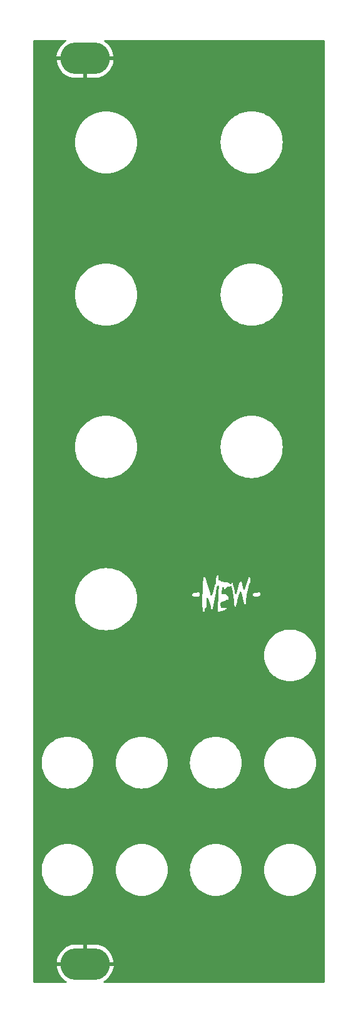
<source format=gbr>
%TF.GenerationSoftware,KiCad,Pcbnew,7.0.1-0*%
%TF.CreationDate,2023-11-10T19:27:26+13:00*%
%TF.ProjectId,Punkys-new-brew_panel,50756e6b-7973-42d6-9e65-772d62726577,003*%
%TF.SameCoordinates,Original*%
%TF.FileFunction,Copper,L2,Bot*%
%TF.FilePolarity,Positive*%
%FSLAX46Y46*%
G04 Gerber Fmt 4.6, Leading zero omitted, Abs format (unit mm)*
G04 Created by KiCad (PCBNEW 7.0.1-0) date 2023-11-10 19:27:26*
%MOMM*%
%LPD*%
G01*
G04 APERTURE LIST*
%TA.AperFunction,ComponentPad*%
%ADD10O,6.715000X4.302000*%
%TD*%
G04 APERTURE END LIST*
D10*
%TO.P,J17,1,Pin_1*%
%TO.N,GND*%
X221400000Y-32440000D03*
%TD*%
%TO.P,J18,1,Pin_1*%
%TO.N,GND*%
X221410000Y-154930000D03*
%TD*%
%TA.AperFunction,Conductor*%
%TO.N,GND*%
G36*
X218803929Y-29966725D02*
G01*
X218849207Y-30011174D01*
X218866571Y-30072201D01*
X218851474Y-30133828D01*
X218807869Y-30179919D01*
X218658914Y-30272147D01*
X218404138Y-30477164D01*
X218176491Y-30711933D01*
X217979419Y-30972899D01*
X217815910Y-31256103D01*
X217688446Y-31557252D01*
X217598956Y-31871778D01*
X217549558Y-32190000D01*
X225245691Y-32190000D01*
X225245691Y-32189999D01*
X225231104Y-32032585D01*
X225161145Y-31713140D01*
X225052460Y-31404715D01*
X224906696Y-31111981D01*
X224726063Y-30839379D01*
X224513299Y-30591039D01*
X224271632Y-30370731D01*
X223998482Y-30177372D01*
X223999741Y-30175593D01*
X223961187Y-30139123D01*
X223943033Y-30076787D01*
X223958868Y-30013822D01*
X224004351Y-29967489D01*
X224067012Y-29950492D01*
X253675500Y-29950492D01*
X253737500Y-29967105D01*
X253782887Y-30012492D01*
X253799500Y-30074492D01*
X253799500Y-157325492D01*
X253782887Y-157387492D01*
X253737500Y-157432879D01*
X253675500Y-157449492D01*
X224018982Y-157449492D01*
X223957645Y-157433259D01*
X223912367Y-157388810D01*
X223895003Y-157327783D01*
X223910100Y-157266156D01*
X223953705Y-157220065D01*
X224151085Y-157097852D01*
X224405861Y-156892835D01*
X224633508Y-156658066D01*
X224830580Y-156397100D01*
X224994089Y-156113896D01*
X225121553Y-155812747D01*
X225211043Y-155498221D01*
X225260441Y-155180000D01*
X217564309Y-155180000D01*
X217578895Y-155337414D01*
X217648854Y-155656859D01*
X217757539Y-155965284D01*
X217903303Y-156258018D01*
X218083936Y-156530620D01*
X218296700Y-156778960D01*
X218538367Y-156999268D01*
X218805269Y-157188204D01*
X218857489Y-157216246D01*
X218904652Y-157260865D01*
X218922804Y-157323201D01*
X218906968Y-157386164D01*
X218861485Y-157432495D01*
X218798825Y-157449492D01*
X214524500Y-157449492D01*
X214462500Y-157432879D01*
X214417113Y-157387492D01*
X214400500Y-157325492D01*
X214400500Y-154680000D01*
X217559558Y-154680000D01*
X221160000Y-154680000D01*
X221160000Y-152279000D01*
X221660000Y-152279000D01*
X221660000Y-154680000D01*
X225255691Y-154680000D01*
X225255691Y-154679999D01*
X225241104Y-154522585D01*
X225171145Y-154203140D01*
X225062460Y-153894715D01*
X224916696Y-153601981D01*
X224736063Y-153329379D01*
X224523299Y-153081039D01*
X224281632Y-152860731D01*
X224014724Y-152671791D01*
X223726624Y-152517084D01*
X223421682Y-152398949D01*
X223104543Y-152319185D01*
X222780009Y-152279000D01*
X221660000Y-152279000D01*
X221160000Y-152279000D01*
X220121819Y-152279000D01*
X219877105Y-152294093D01*
X219555654Y-152354182D01*
X219244028Y-152453318D01*
X218946942Y-152589999D01*
X218668914Y-152762147D01*
X218414138Y-152967164D01*
X218186491Y-153201933D01*
X217989419Y-153462899D01*
X217825910Y-153746103D01*
X217698446Y-154047252D01*
X217608956Y-154361778D01*
X217559558Y-154680000D01*
X214400500Y-154680000D01*
X214400500Y-142190000D01*
X215524696Y-142190000D01*
X215543897Y-142556406D01*
X215601293Y-142918788D01*
X215696258Y-143273200D01*
X215827744Y-143615735D01*
X215994320Y-143942656D01*
X216194146Y-144250363D01*
X216234664Y-144300398D01*
X216425051Y-144535506D01*
X216684494Y-144794949D01*
X216874587Y-144948883D01*
X216969636Y-145025853D01*
X217277343Y-145225679D01*
X217277348Y-145225682D01*
X217604264Y-145392255D01*
X217946801Y-145523742D01*
X218301206Y-145618705D01*
X218301209Y-145618705D01*
X218301211Y-145618706D01*
X218663593Y-145676102D01*
X218713373Y-145678710D01*
X219030000Y-145695304D01*
X219361645Y-145677923D01*
X219396406Y-145676102D01*
X219758788Y-145618706D01*
X219758788Y-145618705D01*
X219758794Y-145618705D01*
X220113199Y-145523742D01*
X220455736Y-145392255D01*
X220782652Y-145225682D01*
X221090366Y-145025851D01*
X221375506Y-144794949D01*
X221634949Y-144535506D01*
X221865851Y-144250366D01*
X222065682Y-143942652D01*
X222232255Y-143615736D01*
X222363742Y-143273199D01*
X222458705Y-142918794D01*
X222516102Y-142556404D01*
X222535304Y-142190000D01*
X225554696Y-142190000D01*
X225573897Y-142556406D01*
X225631293Y-142918788D01*
X225726258Y-143273200D01*
X225857744Y-143615735D01*
X226024320Y-143942656D01*
X226224146Y-144250363D01*
X226264664Y-144300398D01*
X226455051Y-144535506D01*
X226714494Y-144794949D01*
X226904587Y-144948883D01*
X226999636Y-145025853D01*
X227307343Y-145225679D01*
X227307348Y-145225682D01*
X227634264Y-145392255D01*
X227976801Y-145523742D01*
X228331206Y-145618705D01*
X228331209Y-145618705D01*
X228331211Y-145618706D01*
X228693593Y-145676102D01*
X228743373Y-145678710D01*
X229060000Y-145695304D01*
X229391645Y-145677923D01*
X229426406Y-145676102D01*
X229788788Y-145618706D01*
X229788788Y-145618705D01*
X229788794Y-145618705D01*
X230143199Y-145523742D01*
X230485736Y-145392255D01*
X230812652Y-145225682D01*
X231120366Y-145025851D01*
X231405506Y-144794949D01*
X231664949Y-144535506D01*
X231895851Y-144250366D01*
X232095682Y-143942652D01*
X232262255Y-143615736D01*
X232393742Y-143273199D01*
X232488705Y-142918794D01*
X232546102Y-142556404D01*
X232565304Y-142190000D01*
X235584696Y-142190000D01*
X235603897Y-142556406D01*
X235661293Y-142918788D01*
X235756258Y-143273200D01*
X235887744Y-143615735D01*
X236054320Y-143942656D01*
X236254146Y-144250363D01*
X236294664Y-144300398D01*
X236485051Y-144535506D01*
X236744494Y-144794949D01*
X236934587Y-144948883D01*
X237029636Y-145025853D01*
X237337343Y-145225679D01*
X237337348Y-145225682D01*
X237664264Y-145392255D01*
X238006801Y-145523742D01*
X238361206Y-145618705D01*
X238361209Y-145618705D01*
X238361211Y-145618706D01*
X238723593Y-145676102D01*
X238773373Y-145678710D01*
X239090000Y-145695304D01*
X239421645Y-145677923D01*
X239456406Y-145676102D01*
X239818788Y-145618706D01*
X239818788Y-145618705D01*
X239818794Y-145618705D01*
X240173199Y-145523742D01*
X240515736Y-145392255D01*
X240842652Y-145225682D01*
X241150366Y-145025851D01*
X241435506Y-144794949D01*
X241694949Y-144535506D01*
X241925851Y-144250366D01*
X242125682Y-143942652D01*
X242292255Y-143615736D01*
X242423742Y-143273199D01*
X242518705Y-142918794D01*
X242576102Y-142556404D01*
X242595304Y-142190000D01*
X245624696Y-142190000D01*
X245643897Y-142556406D01*
X245701293Y-142918788D01*
X245796258Y-143273200D01*
X245927744Y-143615735D01*
X246094320Y-143942656D01*
X246294146Y-144250363D01*
X246334664Y-144300398D01*
X246525051Y-144535506D01*
X246784494Y-144794949D01*
X246974587Y-144948883D01*
X247069636Y-145025853D01*
X247377343Y-145225679D01*
X247377348Y-145225682D01*
X247704264Y-145392255D01*
X248046801Y-145523742D01*
X248401206Y-145618705D01*
X248401209Y-145618705D01*
X248401211Y-145618706D01*
X248763593Y-145676102D01*
X248813373Y-145678710D01*
X249130000Y-145695304D01*
X249461645Y-145677923D01*
X249496406Y-145676102D01*
X249858788Y-145618706D01*
X249858788Y-145618705D01*
X249858794Y-145618705D01*
X250213199Y-145523742D01*
X250555736Y-145392255D01*
X250882652Y-145225682D01*
X251190366Y-145025851D01*
X251475506Y-144794949D01*
X251734949Y-144535506D01*
X251965851Y-144250366D01*
X252165682Y-143942652D01*
X252332255Y-143615736D01*
X252463742Y-143273199D01*
X252558705Y-142918794D01*
X252616102Y-142556404D01*
X252635304Y-142190000D01*
X252616102Y-141823596D01*
X252558705Y-141461206D01*
X252463742Y-141106801D01*
X252332255Y-140764264D01*
X252165682Y-140437348D01*
X252165679Y-140437343D01*
X251965853Y-140129636D01*
X251888883Y-140034587D01*
X251734949Y-139844494D01*
X251475506Y-139585051D01*
X251332935Y-139469599D01*
X251190363Y-139354146D01*
X250882656Y-139154320D01*
X250555735Y-138987744D01*
X250213200Y-138856258D01*
X249858788Y-138761293D01*
X249496406Y-138703897D01*
X249130000Y-138684696D01*
X248763593Y-138703897D01*
X248401211Y-138761293D01*
X248046799Y-138856258D01*
X247704264Y-138987744D01*
X247377343Y-139154320D01*
X247069636Y-139354146D01*
X246784490Y-139585054D01*
X246525054Y-139844490D01*
X246294146Y-140129636D01*
X246094320Y-140437343D01*
X245927744Y-140764264D01*
X245796258Y-141106799D01*
X245701293Y-141461211D01*
X245643897Y-141823593D01*
X245624696Y-142190000D01*
X242595304Y-142190000D01*
X242576102Y-141823596D01*
X242518705Y-141461206D01*
X242423742Y-141106801D01*
X242292255Y-140764264D01*
X242125682Y-140437348D01*
X242125679Y-140437343D01*
X241925853Y-140129636D01*
X241848883Y-140034587D01*
X241694949Y-139844494D01*
X241435506Y-139585051D01*
X241292935Y-139469599D01*
X241150363Y-139354146D01*
X240842656Y-139154320D01*
X240515735Y-138987744D01*
X240173200Y-138856258D01*
X239818788Y-138761293D01*
X239456406Y-138703897D01*
X239090000Y-138684696D01*
X238723593Y-138703897D01*
X238361211Y-138761293D01*
X238006799Y-138856258D01*
X237664264Y-138987744D01*
X237337343Y-139154320D01*
X237029636Y-139354146D01*
X236744490Y-139585054D01*
X236485054Y-139844490D01*
X236254146Y-140129636D01*
X236054320Y-140437343D01*
X235887744Y-140764264D01*
X235756258Y-141106799D01*
X235661293Y-141461211D01*
X235603897Y-141823593D01*
X235584696Y-142190000D01*
X232565304Y-142190000D01*
X232546102Y-141823596D01*
X232488705Y-141461206D01*
X232393742Y-141106801D01*
X232262255Y-140764264D01*
X232095682Y-140437348D01*
X232095679Y-140437343D01*
X231895853Y-140129636D01*
X231818883Y-140034587D01*
X231664949Y-139844494D01*
X231405506Y-139585051D01*
X231262935Y-139469599D01*
X231120363Y-139354146D01*
X230812656Y-139154320D01*
X230485735Y-138987744D01*
X230143200Y-138856258D01*
X229788788Y-138761293D01*
X229426406Y-138703897D01*
X229060000Y-138684696D01*
X228693593Y-138703897D01*
X228331211Y-138761293D01*
X227976799Y-138856258D01*
X227634264Y-138987744D01*
X227307343Y-139154320D01*
X226999636Y-139354146D01*
X226714490Y-139585054D01*
X226455054Y-139844490D01*
X226224146Y-140129636D01*
X226024320Y-140437343D01*
X225857744Y-140764264D01*
X225726258Y-141106799D01*
X225631293Y-141461211D01*
X225573897Y-141823593D01*
X225554696Y-142190000D01*
X222535304Y-142190000D01*
X222516102Y-141823596D01*
X222458705Y-141461206D01*
X222363742Y-141106801D01*
X222232255Y-140764264D01*
X222065682Y-140437348D01*
X222065679Y-140437343D01*
X221865853Y-140129636D01*
X221788883Y-140034587D01*
X221634949Y-139844494D01*
X221375506Y-139585051D01*
X221232935Y-139469599D01*
X221090363Y-139354146D01*
X220782656Y-139154320D01*
X220455735Y-138987744D01*
X220113200Y-138856258D01*
X219758788Y-138761293D01*
X219396406Y-138703897D01*
X219030000Y-138684696D01*
X218663593Y-138703897D01*
X218301211Y-138761293D01*
X217946799Y-138856258D01*
X217604264Y-138987744D01*
X217277343Y-139154320D01*
X216969636Y-139354146D01*
X216684490Y-139585054D01*
X216425054Y-139844490D01*
X216194146Y-140129636D01*
X215994320Y-140437343D01*
X215827744Y-140764264D01*
X215696258Y-141106799D01*
X215601293Y-141461211D01*
X215543897Y-141823593D01*
X215524696Y-142190000D01*
X214400500Y-142190000D01*
X214400500Y-127689999D01*
X215524696Y-127689999D01*
X215543897Y-128056406D01*
X215601293Y-128418788D01*
X215696258Y-128773200D01*
X215827744Y-129115735D01*
X215994320Y-129442656D01*
X216194146Y-129750363D01*
X216234664Y-129800398D01*
X216425051Y-130035506D01*
X216684494Y-130294949D01*
X216874587Y-130448883D01*
X216969636Y-130525853D01*
X217277343Y-130725679D01*
X217277348Y-130725682D01*
X217604264Y-130892255D01*
X217946801Y-131023742D01*
X218301206Y-131118705D01*
X218301209Y-131118705D01*
X218301211Y-131118706D01*
X218663593Y-131176102D01*
X218713373Y-131178710D01*
X219030000Y-131195304D01*
X219361645Y-131177923D01*
X219396406Y-131176102D01*
X219758788Y-131118706D01*
X219758788Y-131118705D01*
X219758794Y-131118705D01*
X220113199Y-131023742D01*
X220455736Y-130892255D01*
X220782652Y-130725682D01*
X221090366Y-130525851D01*
X221375506Y-130294949D01*
X221634949Y-130035506D01*
X221865851Y-129750366D01*
X222065682Y-129442652D01*
X222232255Y-129115736D01*
X222363742Y-128773199D01*
X222458705Y-128418794D01*
X222516102Y-128056404D01*
X222535304Y-127690000D01*
X222535304Y-127689999D01*
X225554696Y-127689999D01*
X225573897Y-128056406D01*
X225631293Y-128418788D01*
X225726258Y-128773200D01*
X225857744Y-129115735D01*
X226024320Y-129442656D01*
X226224146Y-129750363D01*
X226264664Y-129800398D01*
X226455051Y-130035506D01*
X226714494Y-130294949D01*
X226904587Y-130448883D01*
X226999636Y-130525853D01*
X227307343Y-130725679D01*
X227307348Y-130725682D01*
X227634264Y-130892255D01*
X227976801Y-131023742D01*
X228331206Y-131118705D01*
X228331209Y-131118705D01*
X228331211Y-131118706D01*
X228693593Y-131176102D01*
X228743373Y-131178710D01*
X229060000Y-131195304D01*
X229391645Y-131177923D01*
X229426406Y-131176102D01*
X229788788Y-131118706D01*
X229788788Y-131118705D01*
X229788794Y-131118705D01*
X230143199Y-131023742D01*
X230485736Y-130892255D01*
X230812652Y-130725682D01*
X231120366Y-130525851D01*
X231405506Y-130294949D01*
X231664949Y-130035506D01*
X231895851Y-129750366D01*
X232095682Y-129442652D01*
X232262255Y-129115736D01*
X232393742Y-128773199D01*
X232488705Y-128418794D01*
X232546102Y-128056404D01*
X232565304Y-127690000D01*
X232565304Y-127689999D01*
X235584696Y-127689999D01*
X235603897Y-128056406D01*
X235661293Y-128418788D01*
X235756258Y-128773200D01*
X235887744Y-129115735D01*
X236054320Y-129442656D01*
X236254146Y-129750363D01*
X236294664Y-129800398D01*
X236485051Y-130035506D01*
X236744494Y-130294949D01*
X236934587Y-130448883D01*
X237029636Y-130525853D01*
X237337343Y-130725679D01*
X237337348Y-130725682D01*
X237664264Y-130892255D01*
X238006801Y-131023742D01*
X238361206Y-131118705D01*
X238361209Y-131118705D01*
X238361211Y-131118706D01*
X238723593Y-131176102D01*
X238773373Y-131178710D01*
X239090000Y-131195304D01*
X239421645Y-131177923D01*
X239456406Y-131176102D01*
X239818788Y-131118706D01*
X239818788Y-131118705D01*
X239818794Y-131118705D01*
X240173199Y-131023742D01*
X240515736Y-130892255D01*
X240842652Y-130725682D01*
X241150366Y-130525851D01*
X241435506Y-130294949D01*
X241694949Y-130035506D01*
X241925851Y-129750366D01*
X242125682Y-129442652D01*
X242292255Y-129115736D01*
X242423742Y-128773199D01*
X242518705Y-128418794D01*
X242576102Y-128056404D01*
X242594780Y-127700000D01*
X245624696Y-127700000D01*
X245643897Y-128066406D01*
X245701293Y-128428788D01*
X245796258Y-128783200D01*
X245927744Y-129125735D01*
X246094320Y-129452656D01*
X246294146Y-129760363D01*
X246326566Y-129800398D01*
X246525051Y-130045506D01*
X246784494Y-130304949D01*
X246974587Y-130458883D01*
X247069636Y-130535853D01*
X247361949Y-130725682D01*
X247377348Y-130735682D01*
X247704264Y-130902255D01*
X248046801Y-131033742D01*
X248401206Y-131128705D01*
X248401209Y-131128705D01*
X248401211Y-131128706D01*
X248763593Y-131186102D01*
X248813373Y-131188710D01*
X249130000Y-131205304D01*
X249461645Y-131187923D01*
X249496406Y-131186102D01*
X249858788Y-131128706D01*
X249858788Y-131128705D01*
X249858794Y-131128705D01*
X250213199Y-131033742D01*
X250555736Y-130902255D01*
X250882652Y-130735682D01*
X251190366Y-130535851D01*
X251475506Y-130304949D01*
X251734949Y-130045506D01*
X251965851Y-129760366D01*
X252165682Y-129452652D01*
X252332255Y-129125736D01*
X252463742Y-128783199D01*
X252558705Y-128428794D01*
X252616102Y-128066404D01*
X252635304Y-127700000D01*
X252616102Y-127333596D01*
X252614518Y-127323596D01*
X252558706Y-126971211D01*
X252558705Y-126971206D01*
X252463742Y-126616801D01*
X252332255Y-126274264D01*
X252165682Y-125947348D01*
X252159185Y-125937343D01*
X251965853Y-125639636D01*
X251888883Y-125544587D01*
X251734949Y-125354494D01*
X251475506Y-125095051D01*
X251332936Y-124979600D01*
X251190363Y-124864146D01*
X250882656Y-124664320D01*
X250555735Y-124497744D01*
X250213200Y-124366258D01*
X249858788Y-124271293D01*
X249496406Y-124213897D01*
X249130000Y-124194696D01*
X248763593Y-124213897D01*
X248401211Y-124271293D01*
X248046799Y-124366258D01*
X247704264Y-124497744D01*
X247377343Y-124664320D01*
X247069636Y-124864146D01*
X246784490Y-125095054D01*
X246525054Y-125354490D01*
X246294146Y-125639636D01*
X246094320Y-125947343D01*
X245927744Y-126274264D01*
X245796258Y-126616799D01*
X245701293Y-126971211D01*
X245643897Y-127333593D01*
X245624696Y-127700000D01*
X242594780Y-127700000D01*
X242595304Y-127690000D01*
X242576102Y-127323596D01*
X242518705Y-126961206D01*
X242423742Y-126606801D01*
X242292255Y-126264264D01*
X242125682Y-125937348D01*
X242125679Y-125937343D01*
X241925853Y-125629636D01*
X241770980Y-125438385D01*
X241694949Y-125344494D01*
X241435506Y-125085051D01*
X241292935Y-124969599D01*
X241150363Y-124854146D01*
X240842656Y-124654320D01*
X240515735Y-124487744D01*
X240173200Y-124356258D01*
X239818788Y-124261293D01*
X239456406Y-124203897D01*
X239090000Y-124184696D01*
X238723593Y-124203897D01*
X238361211Y-124261293D01*
X238006799Y-124356258D01*
X237664264Y-124487744D01*
X237337343Y-124654320D01*
X237029636Y-124854146D01*
X236744490Y-125085054D01*
X236485054Y-125344490D01*
X236254146Y-125629636D01*
X236054320Y-125937343D01*
X235887744Y-126264264D01*
X235756258Y-126606799D01*
X235661293Y-126961211D01*
X235603897Y-127323593D01*
X235584696Y-127689999D01*
X232565304Y-127689999D01*
X232546102Y-127323596D01*
X232488705Y-126961206D01*
X232393742Y-126606801D01*
X232262255Y-126264264D01*
X232095682Y-125937348D01*
X232095679Y-125937343D01*
X231895853Y-125629636D01*
X231740980Y-125438385D01*
X231664949Y-125344494D01*
X231405506Y-125085051D01*
X231262935Y-124969599D01*
X231120363Y-124854146D01*
X230812656Y-124654320D01*
X230485735Y-124487744D01*
X230143200Y-124356258D01*
X229788788Y-124261293D01*
X229426406Y-124203897D01*
X229060000Y-124184696D01*
X228693593Y-124203897D01*
X228331211Y-124261293D01*
X227976799Y-124356258D01*
X227634264Y-124487744D01*
X227307343Y-124654320D01*
X226999636Y-124854146D01*
X226714490Y-125085054D01*
X226455054Y-125344490D01*
X226224146Y-125629636D01*
X226024320Y-125937343D01*
X225857744Y-126264264D01*
X225726258Y-126606799D01*
X225631293Y-126961211D01*
X225573897Y-127323593D01*
X225554696Y-127689999D01*
X222535304Y-127689999D01*
X222516102Y-127323596D01*
X222458705Y-126961206D01*
X222363742Y-126606801D01*
X222232255Y-126264264D01*
X222065682Y-125937348D01*
X222065679Y-125937343D01*
X221865853Y-125629636D01*
X221710980Y-125438385D01*
X221634949Y-125344494D01*
X221375506Y-125085051D01*
X221232935Y-124969599D01*
X221090363Y-124854146D01*
X220782656Y-124654320D01*
X220455735Y-124487744D01*
X220113200Y-124356258D01*
X219758788Y-124261293D01*
X219396406Y-124203897D01*
X219030000Y-124184696D01*
X218663593Y-124203897D01*
X218301211Y-124261293D01*
X217946799Y-124356258D01*
X217604264Y-124487744D01*
X217277343Y-124654320D01*
X216969636Y-124854146D01*
X216684490Y-125085054D01*
X216425054Y-125344490D01*
X216194146Y-125629636D01*
X215994320Y-125937343D01*
X215827744Y-126264264D01*
X215696258Y-126606799D01*
X215601293Y-126961211D01*
X215543897Y-127323593D01*
X215524696Y-127689999D01*
X214400500Y-127689999D01*
X214400500Y-113189999D01*
X245624696Y-113189999D01*
X245643897Y-113556406D01*
X245701293Y-113918788D01*
X245796258Y-114273200D01*
X245927744Y-114615735D01*
X246094320Y-114942656D01*
X246294146Y-115250363D01*
X246334664Y-115300398D01*
X246525051Y-115535506D01*
X246784494Y-115794949D01*
X246974587Y-115948883D01*
X247069636Y-116025853D01*
X247377343Y-116225679D01*
X247377348Y-116225682D01*
X247704264Y-116392255D01*
X248046801Y-116523742D01*
X248401206Y-116618705D01*
X248401209Y-116618705D01*
X248401211Y-116618706D01*
X248763593Y-116676102D01*
X248813373Y-116678710D01*
X249130000Y-116695304D01*
X249461645Y-116677923D01*
X249496406Y-116676102D01*
X249858788Y-116618706D01*
X249858788Y-116618705D01*
X249858794Y-116618705D01*
X250213199Y-116523742D01*
X250555736Y-116392255D01*
X250882652Y-116225682D01*
X251190366Y-116025851D01*
X251475506Y-115794949D01*
X251734949Y-115535506D01*
X251965851Y-115250366D01*
X252165682Y-114942652D01*
X252332255Y-114615736D01*
X252463742Y-114273199D01*
X252558705Y-113918794D01*
X252616102Y-113556404D01*
X252635304Y-113190000D01*
X252616102Y-112823596D01*
X252558705Y-112461206D01*
X252463742Y-112106801D01*
X252332255Y-111764264D01*
X252165682Y-111437348D01*
X252165679Y-111437343D01*
X251965853Y-111129636D01*
X251888883Y-111034587D01*
X251734949Y-110844494D01*
X251475506Y-110585051D01*
X251332935Y-110469599D01*
X251190363Y-110354146D01*
X250882656Y-110154320D01*
X250555735Y-109987744D01*
X250213200Y-109856258D01*
X249858788Y-109761293D01*
X249496406Y-109703897D01*
X249130000Y-109684696D01*
X248763593Y-109703897D01*
X248401211Y-109761293D01*
X248046799Y-109856258D01*
X247704264Y-109987744D01*
X247377343Y-110154320D01*
X247069636Y-110354146D01*
X246784490Y-110585054D01*
X246525054Y-110844490D01*
X246294146Y-111129636D01*
X246094320Y-111437343D01*
X245927744Y-111764264D01*
X245796258Y-112106799D01*
X245701293Y-112461211D01*
X245643897Y-112823593D01*
X245624696Y-113189999D01*
X214400500Y-113189999D01*
X214400500Y-105579999D01*
X220034433Y-105579999D01*
X220054685Y-105992219D01*
X220115243Y-106400466D01*
X220215524Y-106800813D01*
X220354561Y-107189394D01*
X220531024Y-107562495D01*
X220743196Y-107916482D01*
X220989057Y-108247987D01*
X221266215Y-108553784D01*
X221572012Y-108830942D01*
X221903517Y-109076803D01*
X222257504Y-109288975D01*
X222257508Y-109288977D01*
X222257510Y-109288978D01*
X222630600Y-109465436D01*
X222630603Y-109465437D01*
X222630605Y-109465438D01*
X223019186Y-109604475D01*
X223019189Y-109604476D01*
X223419535Y-109704757D01*
X223827782Y-109765315D01*
X224240000Y-109785566D01*
X224652218Y-109765315D01*
X225060465Y-109704757D01*
X225460811Y-109604476D01*
X225849400Y-109465436D01*
X226222490Y-109288978D01*
X226576487Y-109076800D01*
X226907983Y-108830946D01*
X227213784Y-108553784D01*
X227490946Y-108247983D01*
X227736800Y-107916487D01*
X227948978Y-107562490D01*
X228125436Y-107189400D01*
X228264476Y-106800811D01*
X228364757Y-106400465D01*
X228425315Y-105992218D01*
X228445566Y-105580000D01*
X228440163Y-105470022D01*
X237259999Y-105470022D01*
X237269999Y-106309994D01*
X237300648Y-106899975D01*
X237310000Y-107080000D01*
X237380000Y-107430000D01*
X237400000Y-107460000D01*
X237400001Y-107460000D01*
X237416118Y-107468625D01*
X237429999Y-107470000D01*
X237429999Y-107469999D01*
X237430000Y-107470000D01*
X237460000Y-107450000D01*
X237500000Y-107360000D01*
X237539929Y-107150367D01*
X237540066Y-107149668D01*
X237576055Y-106969724D01*
X237589981Y-106932533D01*
X237616894Y-106885434D01*
X237623638Y-106874906D01*
X237657989Y-106826814D01*
X237686813Y-106797990D01*
X237740000Y-106760000D01*
X237770000Y-106690000D01*
X237790000Y-106580000D01*
X237800000Y-105930000D01*
X237790087Y-105533480D01*
X237790107Y-105526547D01*
X237791771Y-105473315D01*
X237811533Y-105409939D01*
X237861159Y-105365837D01*
X237926424Y-105353657D01*
X237988617Y-105376891D01*
X238029909Y-105428877D01*
X238043077Y-105460000D01*
X238167515Y-105754127D01*
X238171866Y-105766086D01*
X238397858Y-106503016D01*
X238401307Y-106517190D01*
X238418000Y-106609000D01*
X238420000Y-106631182D01*
X238420000Y-106790000D01*
X238426667Y-106810000D01*
X238449999Y-106879999D01*
X238480016Y-106932528D01*
X238490000Y-106950000D01*
X238560000Y-106990000D01*
X238610000Y-106940000D01*
X238650000Y-106850000D01*
X239079416Y-104613038D01*
X239080741Y-104606975D01*
X239210000Y-104080000D01*
X239270299Y-103830581D01*
X239298803Y-103776609D01*
X239349607Y-103742774D01*
X239410399Y-103737278D01*
X239466448Y-103761452D01*
X239504172Y-103809439D01*
X239514430Y-103869611D01*
X239459999Y-104550004D01*
X239420001Y-105289968D01*
X239400062Y-105758531D01*
X239399899Y-105761507D01*
X239369999Y-106209995D01*
X239379999Y-106899975D01*
X239390000Y-107210001D01*
X239419997Y-107249997D01*
X239419999Y-107249999D01*
X239420000Y-107250000D01*
X239430000Y-107260000D01*
X239470000Y-107270000D01*
X239539999Y-107270000D01*
X239540000Y-107270000D01*
X239760000Y-107210000D01*
X240160000Y-107080000D01*
X240460000Y-106950000D01*
X240560000Y-106870000D01*
X240580000Y-106830000D01*
X240580000Y-106770000D01*
X240520000Y-106730000D01*
X240410000Y-106720000D01*
X240299997Y-106730000D01*
X240206273Y-106764082D01*
X240172731Y-106771233D01*
X240071842Y-106778439D01*
X240028943Y-106773983D01*
X239932017Y-106746290D01*
X239891682Y-106726261D01*
X239811556Y-106666167D01*
X239777097Y-106626345D01*
X239762727Y-106600000D01*
X239735283Y-106549687D01*
X239726510Y-106529532D01*
X239686362Y-106409088D01*
X239680000Y-106369877D01*
X239680000Y-106223135D01*
X239682751Y-106197160D01*
X239704609Y-106095153D01*
X239724953Y-106049066D01*
X239740530Y-106027258D01*
X239790546Y-105986253D01*
X239953308Y-105913010D01*
X239967000Y-105907799D01*
X240310000Y-105800000D01*
X240580000Y-105700000D01*
X240730000Y-105630000D01*
X240730002Y-105629997D01*
X240730004Y-105629996D01*
X240767501Y-105579999D01*
X240790000Y-105550000D01*
X240820000Y-105460000D01*
X240793096Y-105365837D01*
X240780000Y-105319999D01*
X240650001Y-105100001D01*
X240615070Y-105067757D01*
X240520000Y-104980000D01*
X240519998Y-104979999D01*
X240369999Y-104919999D01*
X240153060Y-104910139D01*
X240146936Y-104909708D01*
X240107423Y-104905945D01*
X239969141Y-104892775D01*
X239915179Y-104874486D01*
X239904526Y-104867828D01*
X239868726Y-104833880D01*
X239848998Y-104788659D01*
X239847143Y-104780001D01*
X239834138Y-104719313D01*
X239832067Y-104680360D01*
X239848409Y-104525106D01*
X239855190Y-104495726D01*
X239880601Y-104425846D01*
X239909448Y-104380551D01*
X239950000Y-104340000D01*
X239970000Y-104250000D01*
X239960000Y-104150000D01*
X239948949Y-104113163D01*
X239947773Y-104046083D01*
X239981709Y-103988209D01*
X240040822Y-103956483D01*
X240056716Y-103952951D01*
X240083611Y-103950000D01*
X240109535Y-103950000D01*
X240175932Y-103969274D01*
X240221687Y-104021105D01*
X240232577Y-104089380D01*
X240230929Y-104102564D01*
X240228185Y-104117257D01*
X240220000Y-104149997D01*
X240220000Y-104149999D01*
X240220000Y-104150000D01*
X240240000Y-104190000D01*
X240300000Y-104190000D01*
X240380000Y-104150000D01*
X240527457Y-103982881D01*
X240532725Y-103977274D01*
X240578242Y-103931757D01*
X240628201Y-103901316D01*
X240686558Y-103897169D01*
X240738928Y-103919642D01*
X240740000Y-103920000D01*
X240800000Y-103920000D01*
X240800001Y-103920000D01*
X240864999Y-103910000D01*
X240930000Y-103900000D01*
X241030000Y-103840000D01*
X241030002Y-103839995D01*
X241037490Y-103832255D01*
X241095578Y-103798411D01*
X241162792Y-103799855D01*
X241219373Y-103836164D01*
X241248690Y-103896664D01*
X241359819Y-104518991D01*
X241360159Y-104520987D01*
X241469735Y-105198362D01*
X241470218Y-105201621D01*
X241539344Y-105715128D01*
X241540268Y-105724917D01*
X241570000Y-106270002D01*
X241599999Y-106469998D01*
X241600000Y-106470000D01*
X241649998Y-106579996D01*
X241650000Y-106579999D01*
X241649999Y-106579999D01*
X241650000Y-106580000D01*
X241670806Y-106583467D01*
X241707158Y-106595523D01*
X241710887Y-106598244D01*
X241719998Y-106599998D01*
X241720000Y-106600000D01*
X241790000Y-106570000D01*
X241850000Y-106470000D01*
X241939650Y-105961983D01*
X241940419Y-105958008D01*
X241944583Y-105938230D01*
X242019234Y-105583636D01*
X242020985Y-105576411D01*
X242159380Y-105072256D01*
X242160708Y-105067757D01*
X242162843Y-105060996D01*
X242276658Y-104700582D01*
X242285167Y-104680180D01*
X242305739Y-104641094D01*
X242345941Y-104596174D01*
X242402575Y-104575520D01*
X242462256Y-104584014D01*
X242510880Y-104619647D01*
X242536954Y-104673999D01*
X242620002Y-105080010D01*
X242819997Y-105859993D01*
X242900000Y-106130001D01*
X242989999Y-106279999D01*
X242990000Y-106280000D01*
X243060000Y-106300000D01*
X243110000Y-106290000D01*
X243150000Y-106190000D01*
X243170000Y-105960000D01*
X243171117Y-105938230D01*
X243180332Y-105758531D01*
X243189811Y-105573669D01*
X243190402Y-105566373D01*
X243229343Y-105215908D01*
X243231223Y-105204165D01*
X243231757Y-105201621D01*
X243276129Y-104990000D01*
X244080000Y-104990000D01*
X244100000Y-105050000D01*
X244130000Y-105090000D01*
X244160000Y-105120000D01*
X244260000Y-105180000D01*
X244350000Y-105210000D01*
X244460000Y-105240000D01*
X244579999Y-105255999D01*
X244609999Y-105260000D01*
X244609999Y-105259999D01*
X244610000Y-105260000D01*
X244780000Y-105250000D01*
X244940000Y-105180000D01*
X245020000Y-105110000D01*
X245090000Y-105010000D01*
X245110000Y-104880000D01*
X245110000Y-104780000D01*
X245109309Y-104778790D01*
X245070000Y-104709999D01*
X244990001Y-104670000D01*
X244990000Y-104670000D01*
X244830000Y-104670000D01*
X244829997Y-104670000D01*
X244670021Y-104689997D01*
X244670009Y-104689998D01*
X244670000Y-104690000D01*
X244290000Y-104750000D01*
X244289997Y-104750000D01*
X244289997Y-104750001D01*
X244190000Y-104789999D01*
X244110001Y-104849998D01*
X244109999Y-104850001D01*
X244087500Y-104910000D01*
X244080000Y-104930000D01*
X244080000Y-104990000D01*
X243276129Y-104990000D01*
X243489331Y-103973190D01*
X243490836Y-103966848D01*
X243495306Y-103950000D01*
X243616255Y-103494113D01*
X243626924Y-103467139D01*
X243690000Y-103350000D01*
X243720000Y-103260000D01*
X243740000Y-103110000D01*
X243730000Y-102760000D01*
X243700000Y-102570000D01*
X243696915Y-102564602D01*
X243660000Y-102500000D01*
X243600000Y-102500000D01*
X243599999Y-102500000D01*
X243581578Y-102555262D01*
X243578041Y-102564602D01*
X243380000Y-103029998D01*
X243320367Y-103238713D01*
X243319608Y-103241265D01*
X243150002Y-103789990D01*
X243028486Y-104235551D01*
X242993581Y-104293464D01*
X242933481Y-104324454D01*
X242866058Y-104319304D01*
X242811361Y-104279547D01*
X242785657Y-104217003D01*
X242782775Y-104191789D01*
X242770000Y-104080000D01*
X242670000Y-103580000D01*
X242626843Y-103467129D01*
X242540001Y-103240001D01*
X242538713Y-103238713D01*
X242480000Y-103180000D01*
X242430000Y-103180000D01*
X242429999Y-103180000D01*
X242380000Y-103209999D01*
X242330001Y-103319996D01*
X242269998Y-103480004D01*
X241990476Y-104498262D01*
X241989488Y-104501672D01*
X241904813Y-104778790D01*
X241871968Y-104832132D01*
X241817241Y-104862613D01*
X241754598Y-104862454D01*
X241700027Y-104831695D01*
X241667456Y-104778188D01*
X241652981Y-104729937D01*
X241648714Y-104709716D01*
X241620000Y-104480000D01*
X241550000Y-104160000D01*
X241300000Y-103180000D01*
X241250000Y-103110000D01*
X241210000Y-103090000D01*
X241209999Y-103090000D01*
X241190000Y-103169999D01*
X241180000Y-103280000D01*
X241190000Y-103410000D01*
X241190026Y-103410352D01*
X241191400Y-103428906D01*
X241179309Y-103492176D01*
X241137110Y-103540844D01*
X241076191Y-103561776D01*
X241012991Y-103549323D01*
X240964565Y-103506847D01*
X240940000Y-103470000D01*
X240939998Y-103469998D01*
X240780004Y-103380002D01*
X240780002Y-103380001D01*
X240780000Y-103380000D01*
X240650000Y-103330000D01*
X240460000Y-103300000D01*
X240237464Y-103280649D01*
X240222661Y-103278455D01*
X240040019Y-103240004D01*
X240040000Y-103240000D01*
X239949062Y-103223465D01*
X239858107Y-103206928D01*
X239822740Y-103194764D01*
X239792609Y-103172609D01*
X239776886Y-103156886D01*
X239750593Y-103118051D01*
X239738571Y-103090000D01*
X239730000Y-103070000D01*
X239700000Y-103040000D01*
X239650000Y-103040000D01*
X239645265Y-103040000D01*
X239586968Y-103054923D01*
X239521461Y-103033808D01*
X239477305Y-102981014D01*
X239468102Y-102912808D01*
X239470000Y-102900000D01*
X239470000Y-102590000D01*
X239430000Y-102350000D01*
X239390000Y-102260000D01*
X239330000Y-102230000D01*
X239329998Y-102230000D01*
X239280000Y-102259999D01*
X239239999Y-102390004D01*
X239139999Y-102759999D01*
X239099997Y-103000014D01*
X239080000Y-103159993D01*
X239070252Y-103403679D01*
X239069105Y-103416259D01*
X239063977Y-103452156D01*
X239044398Y-103503401D01*
X239033757Y-103519363D01*
X238999367Y-103553755D01*
X238989999Y-103560000D01*
X238960001Y-103639996D01*
X238900000Y-103819998D01*
X238840207Y-104128929D01*
X238839767Y-104131097D01*
X238770619Y-104457077D01*
X238769235Y-104462903D01*
X238671602Y-104833908D01*
X238667790Y-104845890D01*
X238617695Y-104979479D01*
X238595733Y-105016644D01*
X238593427Y-105019334D01*
X238541779Y-105055121D01*
X238479220Y-105060996D01*
X238421812Y-105035450D01*
X238415517Y-105030413D01*
X238377858Y-104979646D01*
X238312254Y-104815637D01*
X238308307Y-104804165D01*
X237998778Y-103737278D01*
X237840001Y-103190002D01*
X237630000Y-102630000D01*
X237603333Y-102590000D01*
X237570000Y-102540000D01*
X237569998Y-102539999D01*
X237520000Y-102530000D01*
X237519998Y-102530000D01*
X237490001Y-102559998D01*
X237489999Y-102560000D01*
X237440000Y-102719995D01*
X237329998Y-103590008D01*
X237280000Y-104309989D01*
X237259999Y-105470022D01*
X228440163Y-105470022D01*
X228425315Y-105167782D01*
X228394493Y-104960000D01*
X235870000Y-104960000D01*
X235900000Y-105050000D01*
X235900001Y-105050001D01*
X235979998Y-105119999D01*
X235980000Y-105120000D01*
X236130000Y-105200000D01*
X236350000Y-105260000D01*
X236590000Y-105240000D01*
X236720000Y-105200000D01*
X236810000Y-105130000D01*
X236900000Y-105030000D01*
X236925385Y-104919999D01*
X236930000Y-104900002D01*
X236930000Y-104780001D01*
X236930000Y-104780000D01*
X236880000Y-104690000D01*
X236879999Y-104689999D01*
X236730000Y-104650000D01*
X236574006Y-104673999D01*
X236470019Y-104689997D01*
X236470000Y-104690000D01*
X236410000Y-104700000D01*
X236169998Y-104740000D01*
X235960000Y-104799999D01*
X235889999Y-104870001D01*
X235880073Y-104909708D01*
X235870000Y-104950000D01*
X235870000Y-104960000D01*
X228394493Y-104960000D01*
X228364757Y-104759535D01*
X228264476Y-104359189D01*
X228225407Y-104250000D01*
X228125438Y-103970605D01*
X228124808Y-103969274D01*
X227948978Y-103597510D01*
X227948977Y-103597508D01*
X227948975Y-103597504D01*
X227736803Y-103243517D01*
X227596932Y-103054923D01*
X227490946Y-102912017D01*
X227490944Y-102912015D01*
X227490942Y-102912012D01*
X227213784Y-102606215D01*
X226907987Y-102329057D01*
X226576482Y-102083196D01*
X226222495Y-101871024D01*
X225849394Y-101694561D01*
X225460813Y-101555524D01*
X225060466Y-101455243D01*
X224652219Y-101394685D01*
X224240000Y-101374433D01*
X223827780Y-101394685D01*
X223419533Y-101455243D01*
X223019186Y-101555524D01*
X222630605Y-101694561D01*
X222257504Y-101871024D01*
X221903517Y-102083196D01*
X221572012Y-102329057D01*
X221266215Y-102606215D01*
X220989057Y-102912012D01*
X220743196Y-103243517D01*
X220531024Y-103597504D01*
X220354561Y-103970605D01*
X220215524Y-104359186D01*
X220115243Y-104759533D01*
X220054685Y-105167780D01*
X220034433Y-105579999D01*
X214400500Y-105579999D01*
X214400500Y-84989999D01*
X220024433Y-84989999D01*
X220044685Y-85402219D01*
X220105243Y-85810466D01*
X220205524Y-86210813D01*
X220344561Y-86599394D01*
X220521024Y-86972495D01*
X220733196Y-87326482D01*
X220979057Y-87657987D01*
X221256215Y-87963784D01*
X221562012Y-88240942D01*
X221893517Y-88486803D01*
X222247504Y-88698975D01*
X222247508Y-88698977D01*
X222247510Y-88698978D01*
X222620600Y-88875436D01*
X222620603Y-88875437D01*
X222620605Y-88875438D01*
X223009186Y-89014475D01*
X223009189Y-89014476D01*
X223409535Y-89114757D01*
X223817782Y-89175315D01*
X224230000Y-89195566D01*
X224642218Y-89175315D01*
X225050465Y-89114757D01*
X225450811Y-89014476D01*
X225839400Y-88875436D01*
X226212490Y-88698978D01*
X226566487Y-88486800D01*
X226897983Y-88240946D01*
X227203784Y-87963784D01*
X227480946Y-87657983D01*
X227726800Y-87326487D01*
X227938978Y-86972490D01*
X228115436Y-86599400D01*
X228254476Y-86210811D01*
X228354757Y-85810465D01*
X228415315Y-85402218D01*
X228435566Y-84990000D01*
X228435566Y-84989999D01*
X239724433Y-84989999D01*
X239744685Y-85402219D01*
X239805243Y-85810466D01*
X239905524Y-86210813D01*
X240044561Y-86599394D01*
X240221024Y-86972495D01*
X240433196Y-87326482D01*
X240679057Y-87657987D01*
X240956215Y-87963784D01*
X241262012Y-88240942D01*
X241593517Y-88486803D01*
X241947504Y-88698975D01*
X241947508Y-88698977D01*
X241947510Y-88698978D01*
X242320600Y-88875436D01*
X242320603Y-88875437D01*
X242320605Y-88875438D01*
X242709186Y-89014475D01*
X242709189Y-89014476D01*
X243109535Y-89114757D01*
X243517782Y-89175315D01*
X243930000Y-89195566D01*
X244342218Y-89175315D01*
X244750465Y-89114757D01*
X245150811Y-89014476D01*
X245539400Y-88875436D01*
X245912490Y-88698978D01*
X246266487Y-88486800D01*
X246597983Y-88240946D01*
X246903784Y-87963784D01*
X247180946Y-87657983D01*
X247426800Y-87326487D01*
X247638978Y-86972490D01*
X247815436Y-86599400D01*
X247954476Y-86210811D01*
X248054757Y-85810465D01*
X248115315Y-85402218D01*
X248135566Y-84990000D01*
X248115315Y-84577782D01*
X248054757Y-84169535D01*
X247954476Y-83769189D01*
X247815436Y-83380600D01*
X247638978Y-83007510D01*
X247638977Y-83007508D01*
X247638975Y-83007504D01*
X247426803Y-82653517D01*
X247180942Y-82322012D01*
X246903784Y-82016215D01*
X246597987Y-81739057D01*
X246266482Y-81493196D01*
X245912495Y-81281024D01*
X245539394Y-81104561D01*
X245150813Y-80965524D01*
X244750466Y-80865243D01*
X244342219Y-80804685D01*
X243930000Y-80784433D01*
X243517780Y-80804685D01*
X243109533Y-80865243D01*
X242709186Y-80965524D01*
X242320605Y-81104561D01*
X241947504Y-81281024D01*
X241593517Y-81493196D01*
X241262012Y-81739057D01*
X240956215Y-82016215D01*
X240679057Y-82322012D01*
X240433196Y-82653517D01*
X240221024Y-83007504D01*
X240044561Y-83380605D01*
X239905524Y-83769186D01*
X239805243Y-84169533D01*
X239744685Y-84577780D01*
X239724433Y-84989999D01*
X228435566Y-84989999D01*
X228415315Y-84577782D01*
X228354757Y-84169535D01*
X228254476Y-83769189D01*
X228115436Y-83380600D01*
X227938978Y-83007510D01*
X227938977Y-83007508D01*
X227938975Y-83007504D01*
X227726803Y-82653517D01*
X227480942Y-82322012D01*
X227203784Y-82016215D01*
X226897987Y-81739057D01*
X226566482Y-81493196D01*
X226212495Y-81281024D01*
X225839394Y-81104561D01*
X225450813Y-80965524D01*
X225050466Y-80865243D01*
X224642219Y-80804685D01*
X224230000Y-80784433D01*
X223817780Y-80804685D01*
X223409533Y-80865243D01*
X223009186Y-80965524D01*
X222620605Y-81104561D01*
X222247504Y-81281024D01*
X221893517Y-81493196D01*
X221562012Y-81739057D01*
X221256215Y-82016215D01*
X220979057Y-82322012D01*
X220733196Y-82653517D01*
X220521024Y-83007504D01*
X220344561Y-83380605D01*
X220205524Y-83769186D01*
X220105243Y-84169533D01*
X220044685Y-84577780D01*
X220024433Y-84989999D01*
X214400500Y-84989999D01*
X214400500Y-64399999D01*
X220024433Y-64399999D01*
X220044685Y-64812219D01*
X220105243Y-65220466D01*
X220205524Y-65620813D01*
X220344561Y-66009394D01*
X220521024Y-66382495D01*
X220733196Y-66736482D01*
X220979057Y-67067987D01*
X221256215Y-67373784D01*
X221562012Y-67650942D01*
X221893517Y-67896803D01*
X222247504Y-68108975D01*
X222247508Y-68108977D01*
X222247510Y-68108978D01*
X222620600Y-68285436D01*
X222620603Y-68285437D01*
X222620605Y-68285438D01*
X223009186Y-68424475D01*
X223009189Y-68424476D01*
X223409535Y-68524757D01*
X223817782Y-68585315D01*
X224230000Y-68605566D01*
X224642218Y-68585315D01*
X225050465Y-68524757D01*
X225450811Y-68424476D01*
X225839400Y-68285436D01*
X226212490Y-68108978D01*
X226566487Y-67896800D01*
X226897983Y-67650946D01*
X227203784Y-67373784D01*
X227480946Y-67067983D01*
X227726800Y-66736487D01*
X227938978Y-66382490D01*
X228115436Y-66009400D01*
X228254476Y-65620811D01*
X228354757Y-65220465D01*
X228415315Y-64812218D01*
X228435566Y-64400000D01*
X228435566Y-64399999D01*
X239724433Y-64399999D01*
X239744685Y-64812219D01*
X239805243Y-65220466D01*
X239905524Y-65620813D01*
X240044561Y-66009394D01*
X240221024Y-66382495D01*
X240433196Y-66736482D01*
X240679057Y-67067987D01*
X240956215Y-67373784D01*
X241262012Y-67650942D01*
X241593517Y-67896803D01*
X241947504Y-68108975D01*
X241947508Y-68108977D01*
X241947510Y-68108978D01*
X242320600Y-68285436D01*
X242320603Y-68285437D01*
X242320605Y-68285438D01*
X242709186Y-68424475D01*
X242709189Y-68424476D01*
X243109535Y-68524757D01*
X243517782Y-68585315D01*
X243930000Y-68605566D01*
X244342218Y-68585315D01*
X244750465Y-68524757D01*
X245150811Y-68424476D01*
X245539400Y-68285436D01*
X245912490Y-68108978D01*
X246266487Y-67896800D01*
X246597983Y-67650946D01*
X246903784Y-67373784D01*
X247180946Y-67067983D01*
X247426800Y-66736487D01*
X247638978Y-66382490D01*
X247815436Y-66009400D01*
X247954476Y-65620811D01*
X248054757Y-65220465D01*
X248115315Y-64812218D01*
X248135566Y-64400000D01*
X248115315Y-63987782D01*
X248054757Y-63579535D01*
X247954476Y-63179189D01*
X247815436Y-62790600D01*
X247638978Y-62417510D01*
X247638977Y-62417508D01*
X247638975Y-62417504D01*
X247426803Y-62063517D01*
X247180942Y-61732012D01*
X246903784Y-61426215D01*
X246597987Y-61149057D01*
X246266482Y-60903196D01*
X245912495Y-60691024D01*
X245539394Y-60514561D01*
X245150813Y-60375524D01*
X244750466Y-60275243D01*
X244342219Y-60214685D01*
X243930000Y-60194433D01*
X243517780Y-60214685D01*
X243109533Y-60275243D01*
X242709186Y-60375524D01*
X242320605Y-60514561D01*
X241947504Y-60691024D01*
X241593517Y-60903196D01*
X241262012Y-61149057D01*
X240956215Y-61426215D01*
X240679057Y-61732012D01*
X240433196Y-62063517D01*
X240221024Y-62417504D01*
X240044561Y-62790605D01*
X239905524Y-63179186D01*
X239805243Y-63579533D01*
X239744685Y-63987780D01*
X239724433Y-64399999D01*
X228435566Y-64399999D01*
X228415315Y-63987782D01*
X228354757Y-63579535D01*
X228254476Y-63179189D01*
X228115436Y-62790600D01*
X227938978Y-62417510D01*
X227938977Y-62417508D01*
X227938975Y-62417504D01*
X227726803Y-62063517D01*
X227480942Y-61732012D01*
X227203784Y-61426215D01*
X226897987Y-61149057D01*
X226566482Y-60903196D01*
X226212495Y-60691024D01*
X225839394Y-60514561D01*
X225450813Y-60375524D01*
X225050466Y-60275243D01*
X224642219Y-60214685D01*
X224230000Y-60194433D01*
X223817780Y-60214685D01*
X223409533Y-60275243D01*
X223009186Y-60375524D01*
X222620605Y-60514561D01*
X222247504Y-60691024D01*
X221893517Y-60903196D01*
X221562012Y-61149057D01*
X221256215Y-61426215D01*
X220979057Y-61732012D01*
X220733196Y-62063517D01*
X220521024Y-62417504D01*
X220344561Y-62790605D01*
X220205524Y-63179186D01*
X220105243Y-63579533D01*
X220044685Y-63987780D01*
X220024433Y-64399999D01*
X214400500Y-64399999D01*
X214400500Y-43809999D01*
X220034433Y-43809999D01*
X220054685Y-44222219D01*
X220115243Y-44630466D01*
X220215524Y-45030813D01*
X220354561Y-45419394D01*
X220531024Y-45792495D01*
X220743196Y-46146482D01*
X220989057Y-46477987D01*
X221266215Y-46783784D01*
X221572012Y-47060942D01*
X221903517Y-47306803D01*
X222257504Y-47518975D01*
X222257508Y-47518977D01*
X222257510Y-47518978D01*
X222630600Y-47695436D01*
X222630603Y-47695437D01*
X222630605Y-47695438D01*
X222991238Y-47824475D01*
X223019189Y-47834476D01*
X223419535Y-47934757D01*
X223827782Y-47995315D01*
X224240000Y-48015566D01*
X224652218Y-47995315D01*
X225060465Y-47934757D01*
X225460811Y-47834476D01*
X225849400Y-47695436D01*
X226222490Y-47518978D01*
X226576487Y-47306800D01*
X226907983Y-47060946D01*
X227213784Y-46783784D01*
X227490946Y-46477983D01*
X227736800Y-46146487D01*
X227948978Y-45792490D01*
X228125436Y-45419400D01*
X228264476Y-45030811D01*
X228364757Y-44630465D01*
X228425315Y-44222218D01*
X228445566Y-43810000D01*
X228445075Y-43800000D01*
X239724433Y-43800000D01*
X239744685Y-44212219D01*
X239805243Y-44620466D01*
X239905524Y-45020813D01*
X240044561Y-45409394D01*
X240221024Y-45782495D01*
X240433196Y-46136482D01*
X240679057Y-46467987D01*
X240956215Y-46773784D01*
X241262012Y-47050942D01*
X241262015Y-47050944D01*
X241262017Y-47050946D01*
X241559464Y-47271547D01*
X241593517Y-47296803D01*
X241947504Y-47508975D01*
X241947508Y-47508977D01*
X241947510Y-47508978D01*
X242320600Y-47685436D01*
X242320603Y-47685437D01*
X242320605Y-47685438D01*
X242709186Y-47824475D01*
X242709189Y-47824476D01*
X243109535Y-47924757D01*
X243517782Y-47985315D01*
X243930000Y-48005566D01*
X244342218Y-47985315D01*
X244750465Y-47924757D01*
X245150811Y-47824476D01*
X245539400Y-47685436D01*
X245912490Y-47508978D01*
X246266487Y-47296800D01*
X246597983Y-47050946D01*
X246903784Y-46773784D01*
X247180946Y-46467983D01*
X247426800Y-46136487D01*
X247638978Y-45782490D01*
X247815436Y-45409400D01*
X247954476Y-45020811D01*
X248054757Y-44620465D01*
X248115315Y-44212218D01*
X248135566Y-43800000D01*
X248115315Y-43387782D01*
X248054757Y-42979535D01*
X247954476Y-42579189D01*
X247815436Y-42190600D01*
X247638978Y-41817510D01*
X247638977Y-41817508D01*
X247638975Y-41817504D01*
X247426803Y-41463517D01*
X247180942Y-41132012D01*
X246903784Y-40826215D01*
X246597987Y-40549057D01*
X246266482Y-40303196D01*
X245912495Y-40091024D01*
X245539394Y-39914561D01*
X245150813Y-39775524D01*
X244750466Y-39675243D01*
X244342219Y-39614685D01*
X243930000Y-39594433D01*
X243517780Y-39614685D01*
X243109533Y-39675243D01*
X242709186Y-39775524D01*
X242320605Y-39914561D01*
X241947504Y-40091024D01*
X241593517Y-40303196D01*
X241262012Y-40549057D01*
X240956215Y-40826215D01*
X240679057Y-41132012D01*
X240433196Y-41463517D01*
X240221024Y-41817504D01*
X240044561Y-42190605D01*
X239905524Y-42579186D01*
X239805243Y-42979533D01*
X239744685Y-43387780D01*
X239724433Y-43800000D01*
X228445075Y-43800000D01*
X228425315Y-43397782D01*
X228364757Y-42989535D01*
X228264476Y-42589189D01*
X228125436Y-42200600D01*
X227948978Y-41827510D01*
X227948977Y-41827508D01*
X227948975Y-41827504D01*
X227736803Y-41473517D01*
X227490942Y-41142012D01*
X227213784Y-40836215D01*
X226907987Y-40559057D01*
X226576482Y-40313196D01*
X226222495Y-40101024D01*
X225849394Y-39924561D01*
X225460813Y-39785524D01*
X225060466Y-39685243D01*
X224652219Y-39624685D01*
X224240000Y-39604433D01*
X223827780Y-39624685D01*
X223419533Y-39685243D01*
X223019186Y-39785524D01*
X222630605Y-39924561D01*
X222257504Y-40101024D01*
X221903517Y-40313196D01*
X221572012Y-40559057D01*
X221266215Y-40836215D01*
X220989057Y-41142012D01*
X220743196Y-41473517D01*
X220531024Y-41827504D01*
X220354561Y-42200605D01*
X220215524Y-42589186D01*
X220115243Y-42989533D01*
X220054685Y-43397780D01*
X220034433Y-43809999D01*
X214400500Y-43809999D01*
X214400500Y-32690000D01*
X217554309Y-32690000D01*
X217568895Y-32847414D01*
X217638854Y-33166859D01*
X217747539Y-33475284D01*
X217893303Y-33768018D01*
X218073936Y-34040620D01*
X218286700Y-34288960D01*
X218528367Y-34509268D01*
X218795275Y-34698208D01*
X219083375Y-34852915D01*
X219388317Y-34971050D01*
X219705456Y-35050814D01*
X220029991Y-35091000D01*
X221150000Y-35091000D01*
X221150000Y-32690000D01*
X221650000Y-32690000D01*
X221650000Y-35091000D01*
X222688181Y-35091000D01*
X222932894Y-35075906D01*
X223254345Y-35015817D01*
X223565971Y-34916681D01*
X223863057Y-34780000D01*
X224141085Y-34607852D01*
X224395861Y-34402835D01*
X224623508Y-34168066D01*
X224820580Y-33907100D01*
X224984089Y-33623896D01*
X225111553Y-33322747D01*
X225201043Y-33008221D01*
X225250441Y-32690000D01*
X221650000Y-32690000D01*
X221150000Y-32690000D01*
X217554309Y-32690000D01*
X214400500Y-32690000D01*
X214400500Y-30074492D01*
X214417113Y-30012492D01*
X214462500Y-29967105D01*
X214524500Y-29950492D01*
X218742592Y-29950492D01*
X218803929Y-29966725D01*
G37*
%TD.AperFunction*%
%TD*%
M02*

</source>
